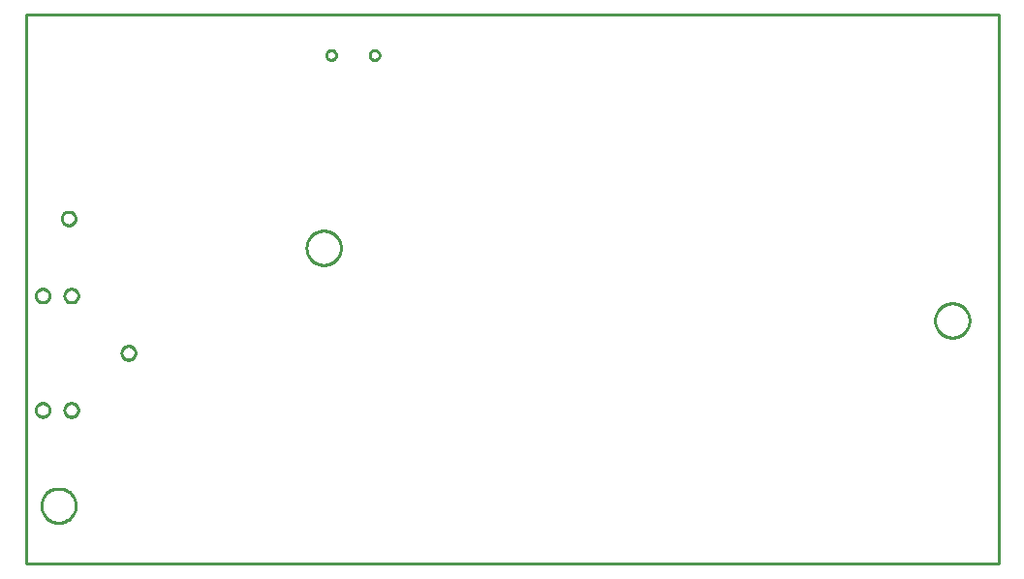
<source format=gbr>
G04 EAGLE Gerber RS-274X export*
G75*
%MOMM*%
%FSLAX34Y34*%
%LPD*%
%IN*%
%IPPOS*%
%AMOC8*
5,1,8,0,0,1.08239X$1,22.5*%
G01*
%ADD10C,0.254000*%


D10*
X0Y0D02*
X850000Y0D01*
X850000Y480000D01*
X0Y480000D01*
X0Y0D01*
X43575Y50264D02*
X43499Y49196D01*
X43346Y48135D01*
X43118Y47088D01*
X42816Y46060D01*
X42442Y45056D01*
X41997Y44081D01*
X41483Y43141D01*
X40904Y42240D01*
X40262Y41382D01*
X39560Y40572D01*
X38803Y39815D01*
X37993Y39113D01*
X37135Y38471D01*
X36234Y37892D01*
X35294Y37378D01*
X34319Y36933D01*
X33315Y36559D01*
X32287Y36257D01*
X31240Y36029D01*
X30179Y35876D01*
X29111Y35800D01*
X28039Y35800D01*
X26971Y35876D01*
X25910Y36029D01*
X24863Y36257D01*
X23835Y36559D01*
X22831Y36933D01*
X21856Y37378D01*
X20916Y37892D01*
X20015Y38471D01*
X19157Y39113D01*
X18347Y39815D01*
X17590Y40572D01*
X16888Y41382D01*
X16246Y42240D01*
X15667Y43141D01*
X15153Y44081D01*
X14708Y45056D01*
X14334Y46060D01*
X14032Y47088D01*
X13804Y48135D01*
X13651Y49196D01*
X13575Y50264D01*
X13575Y51336D01*
X13651Y52404D01*
X13804Y53465D01*
X14032Y54512D01*
X14334Y55540D01*
X14708Y56544D01*
X15153Y57519D01*
X15667Y58459D01*
X16246Y59360D01*
X16888Y60218D01*
X17590Y61028D01*
X18347Y61785D01*
X19157Y62487D01*
X20015Y63129D01*
X20916Y63708D01*
X21856Y64222D01*
X22831Y64667D01*
X23835Y65041D01*
X24863Y65343D01*
X25910Y65571D01*
X26971Y65724D01*
X28039Y65800D01*
X29111Y65800D01*
X30179Y65724D01*
X31240Y65571D01*
X32287Y65343D01*
X33315Y65041D01*
X34319Y64667D01*
X35294Y64222D01*
X36234Y63708D01*
X37135Y63129D01*
X37993Y62487D01*
X38803Y61785D01*
X39560Y61028D01*
X40262Y60218D01*
X40904Y59360D01*
X41483Y58459D01*
X41997Y57519D01*
X42442Y56544D01*
X42816Y55540D01*
X43118Y54512D01*
X43346Y53465D01*
X43499Y52404D01*
X43575Y51336D01*
X43575Y50264D01*
X824625Y212189D02*
X824549Y211121D01*
X824396Y210060D01*
X824168Y209013D01*
X823866Y207985D01*
X823492Y206981D01*
X823047Y206006D01*
X822533Y205066D01*
X821954Y204165D01*
X821312Y203307D01*
X820610Y202497D01*
X819853Y201740D01*
X819043Y201038D01*
X818185Y200396D01*
X817284Y199817D01*
X816344Y199303D01*
X815369Y198858D01*
X814365Y198484D01*
X813337Y198182D01*
X812290Y197954D01*
X811229Y197801D01*
X810161Y197725D01*
X809089Y197725D01*
X808021Y197801D01*
X806960Y197954D01*
X805913Y198182D01*
X804885Y198484D01*
X803881Y198858D01*
X802906Y199303D01*
X801966Y199817D01*
X801065Y200396D01*
X800207Y201038D01*
X799397Y201740D01*
X798640Y202497D01*
X797938Y203307D01*
X797296Y204165D01*
X796717Y205066D01*
X796203Y206006D01*
X795758Y206981D01*
X795384Y207985D01*
X795082Y209013D01*
X794854Y210060D01*
X794701Y211121D01*
X794625Y212189D01*
X794625Y213261D01*
X794701Y214329D01*
X794854Y215390D01*
X795082Y216437D01*
X795384Y217465D01*
X795758Y218469D01*
X796203Y219444D01*
X796717Y220384D01*
X797296Y221285D01*
X797938Y222143D01*
X798640Y222953D01*
X799397Y223710D01*
X800207Y224412D01*
X801065Y225054D01*
X801966Y225633D01*
X802906Y226147D01*
X803881Y226592D01*
X804885Y226966D01*
X805913Y227268D01*
X806960Y227496D01*
X808021Y227649D01*
X809089Y227725D01*
X810161Y227725D01*
X811229Y227649D01*
X812290Y227496D01*
X813337Y227268D01*
X814365Y226966D01*
X815369Y226592D01*
X816344Y226147D01*
X817284Y225633D01*
X818185Y225054D01*
X819043Y224412D01*
X819853Y223710D01*
X820610Y222953D01*
X821312Y222143D01*
X821954Y221285D01*
X822533Y220384D01*
X823047Y219444D01*
X823492Y218469D01*
X823866Y217465D01*
X824168Y216437D01*
X824396Y215390D01*
X824549Y214329D01*
X824625Y213261D01*
X824625Y212189D01*
X275350Y275689D02*
X275274Y274621D01*
X275121Y273560D01*
X274893Y272513D01*
X274591Y271485D01*
X274217Y270481D01*
X273772Y269506D01*
X273258Y268566D01*
X272679Y267665D01*
X272037Y266807D01*
X271335Y265997D01*
X270578Y265240D01*
X269768Y264538D01*
X268910Y263896D01*
X268009Y263317D01*
X267069Y262803D01*
X266094Y262358D01*
X265090Y261984D01*
X264062Y261682D01*
X263015Y261454D01*
X261954Y261301D01*
X260886Y261225D01*
X259814Y261225D01*
X258746Y261301D01*
X257685Y261454D01*
X256638Y261682D01*
X255610Y261984D01*
X254606Y262358D01*
X253631Y262803D01*
X252691Y263317D01*
X251790Y263896D01*
X250932Y264538D01*
X250122Y265240D01*
X249365Y265997D01*
X248663Y266807D01*
X248021Y267665D01*
X247442Y268566D01*
X246928Y269506D01*
X246483Y270481D01*
X246109Y271485D01*
X245807Y272513D01*
X245579Y273560D01*
X245426Y274621D01*
X245350Y275689D01*
X245350Y276761D01*
X245426Y277829D01*
X245579Y278890D01*
X245807Y279937D01*
X246109Y280965D01*
X246483Y281969D01*
X246928Y282944D01*
X247442Y283884D01*
X248021Y284785D01*
X248663Y285643D01*
X249365Y286453D01*
X250122Y287210D01*
X250932Y287912D01*
X251790Y288554D01*
X252691Y289133D01*
X253631Y289647D01*
X254606Y290092D01*
X255610Y290466D01*
X256638Y290768D01*
X257685Y290996D01*
X258746Y291149D01*
X259814Y291225D01*
X260886Y291225D01*
X261954Y291149D01*
X263015Y290996D01*
X264062Y290768D01*
X265090Y290466D01*
X266094Y290092D01*
X267069Y289647D01*
X268009Y289133D01*
X268910Y288554D01*
X269768Y287912D01*
X270578Y287210D01*
X271335Y286453D01*
X272037Y285643D01*
X272679Y284785D01*
X273258Y283884D01*
X273772Y282944D01*
X274217Y281969D01*
X274591Y280965D01*
X274893Y279937D01*
X275121Y278890D01*
X275274Y277829D01*
X275350Y276761D01*
X275350Y275689D01*
X304471Y440475D02*
X303919Y440548D01*
X303381Y440692D01*
X302866Y440905D01*
X302384Y441184D01*
X301942Y441523D01*
X301548Y441917D01*
X301209Y442359D01*
X300930Y442841D01*
X300717Y443356D01*
X300573Y443894D01*
X300500Y444446D01*
X300500Y445004D01*
X300573Y445556D01*
X300717Y446094D01*
X300930Y446609D01*
X301209Y447091D01*
X301548Y447533D01*
X301942Y447927D01*
X302384Y448266D01*
X302866Y448545D01*
X303381Y448758D01*
X303919Y448902D01*
X304471Y448975D01*
X305029Y448975D01*
X305581Y448902D01*
X306119Y448758D01*
X306634Y448545D01*
X307116Y448266D01*
X307558Y447927D01*
X307952Y447533D01*
X308291Y447091D01*
X308570Y446609D01*
X308783Y446094D01*
X308927Y445556D01*
X309000Y445004D01*
X309000Y444446D01*
X308927Y443894D01*
X308783Y443356D01*
X308570Y442841D01*
X308291Y442359D01*
X307952Y441917D01*
X307558Y441523D01*
X307116Y441184D01*
X306634Y440905D01*
X306119Y440692D01*
X305581Y440548D01*
X305029Y440475D01*
X304471Y440475D01*
X266471Y440475D02*
X265919Y440548D01*
X265381Y440692D01*
X264866Y440905D01*
X264384Y441184D01*
X263942Y441523D01*
X263548Y441917D01*
X263209Y442359D01*
X262930Y442841D01*
X262717Y443356D01*
X262573Y443894D01*
X262500Y444446D01*
X262500Y445004D01*
X262573Y445556D01*
X262717Y446094D01*
X262930Y446609D01*
X263209Y447091D01*
X263548Y447533D01*
X263942Y447927D01*
X264384Y448266D01*
X264866Y448545D01*
X265381Y448758D01*
X265919Y448902D01*
X266471Y448975D01*
X267029Y448975D01*
X267581Y448902D01*
X268119Y448758D01*
X268634Y448545D01*
X269116Y448266D01*
X269558Y447927D01*
X269952Y447533D01*
X270291Y447091D01*
X270570Y446609D01*
X270783Y446094D01*
X270927Y445556D01*
X271000Y445004D01*
X271000Y444446D01*
X270927Y443894D01*
X270783Y443356D01*
X270570Y442841D01*
X270291Y442359D01*
X269952Y441917D01*
X269558Y441523D01*
X269116Y441184D01*
X268634Y440905D01*
X268119Y440692D01*
X267581Y440548D01*
X267029Y440475D01*
X266471Y440475D01*
X45650Y234088D02*
X45575Y233418D01*
X45425Y232761D01*
X45202Y232125D01*
X44910Y231518D01*
X44551Y230948D01*
X44131Y230421D01*
X43654Y229944D01*
X43128Y229524D01*
X42557Y229165D01*
X41950Y228873D01*
X41314Y228650D01*
X40657Y228500D01*
X39987Y228425D01*
X39313Y228425D01*
X38643Y228500D01*
X37986Y228650D01*
X37350Y228873D01*
X36743Y229165D01*
X36173Y229524D01*
X35646Y229944D01*
X35169Y230421D01*
X34749Y230948D01*
X34390Y231518D01*
X34098Y232125D01*
X33875Y232761D01*
X33725Y233418D01*
X33650Y234088D01*
X33650Y234762D01*
X33725Y235432D01*
X33875Y236089D01*
X34098Y236725D01*
X34390Y237332D01*
X34749Y237903D01*
X35169Y238429D01*
X35646Y238906D01*
X36173Y239326D01*
X36743Y239685D01*
X37350Y239977D01*
X37986Y240200D01*
X38643Y240350D01*
X39313Y240425D01*
X39987Y240425D01*
X40657Y240350D01*
X41314Y240200D01*
X41950Y239977D01*
X42557Y239685D01*
X43128Y239326D01*
X43654Y238906D01*
X44131Y238429D01*
X44551Y237903D01*
X44910Y237332D01*
X45202Y236725D01*
X45425Y236089D01*
X45575Y235432D01*
X45650Y234762D01*
X45650Y234088D01*
X20650Y234088D02*
X20575Y233418D01*
X20425Y232761D01*
X20202Y232125D01*
X19910Y231518D01*
X19551Y230948D01*
X19131Y230421D01*
X18654Y229944D01*
X18128Y229524D01*
X17557Y229165D01*
X16950Y228873D01*
X16314Y228650D01*
X15657Y228500D01*
X14987Y228425D01*
X14313Y228425D01*
X13643Y228500D01*
X12986Y228650D01*
X12350Y228873D01*
X11743Y229165D01*
X11173Y229524D01*
X10646Y229944D01*
X10169Y230421D01*
X9749Y230948D01*
X9390Y231518D01*
X9098Y232125D01*
X8875Y232761D01*
X8725Y233418D01*
X8650Y234088D01*
X8650Y234762D01*
X8725Y235432D01*
X8875Y236089D01*
X9098Y236725D01*
X9390Y237332D01*
X9749Y237903D01*
X10169Y238429D01*
X10646Y238906D01*
X11173Y239326D01*
X11743Y239685D01*
X12350Y239977D01*
X12986Y240200D01*
X13643Y240350D01*
X14313Y240425D01*
X14987Y240425D01*
X15657Y240350D01*
X16314Y240200D01*
X16950Y239977D01*
X17557Y239685D01*
X18128Y239326D01*
X18654Y238906D01*
X19131Y238429D01*
X19551Y237903D01*
X19910Y237332D01*
X20202Y236725D01*
X20425Y236089D01*
X20575Y235432D01*
X20650Y234762D01*
X20650Y234088D01*
X20650Y134088D02*
X20575Y133418D01*
X20425Y132761D01*
X20202Y132125D01*
X19910Y131518D01*
X19551Y130948D01*
X19131Y130421D01*
X18654Y129944D01*
X18128Y129524D01*
X17557Y129165D01*
X16950Y128873D01*
X16314Y128650D01*
X15657Y128500D01*
X14987Y128425D01*
X14313Y128425D01*
X13643Y128500D01*
X12986Y128650D01*
X12350Y128873D01*
X11743Y129165D01*
X11173Y129524D01*
X10646Y129944D01*
X10169Y130421D01*
X9749Y130948D01*
X9390Y131518D01*
X9098Y132125D01*
X8875Y132761D01*
X8725Y133418D01*
X8650Y134088D01*
X8650Y134762D01*
X8725Y135432D01*
X8875Y136089D01*
X9098Y136725D01*
X9390Y137332D01*
X9749Y137903D01*
X10169Y138429D01*
X10646Y138906D01*
X11173Y139326D01*
X11743Y139685D01*
X12350Y139977D01*
X12986Y140200D01*
X13643Y140350D01*
X14313Y140425D01*
X14987Y140425D01*
X15657Y140350D01*
X16314Y140200D01*
X16950Y139977D01*
X17557Y139685D01*
X18128Y139326D01*
X18654Y138906D01*
X19131Y138429D01*
X19551Y137903D01*
X19910Y137332D01*
X20202Y136725D01*
X20425Y136089D01*
X20575Y135432D01*
X20650Y134762D01*
X20650Y134088D01*
X45650Y134088D02*
X45575Y133418D01*
X45425Y132761D01*
X45202Y132125D01*
X44910Y131518D01*
X44551Y130948D01*
X44131Y130421D01*
X43654Y129944D01*
X43128Y129524D01*
X42557Y129165D01*
X41950Y128873D01*
X41314Y128650D01*
X40657Y128500D01*
X39987Y128425D01*
X39313Y128425D01*
X38643Y128500D01*
X37986Y128650D01*
X37350Y128873D01*
X36743Y129165D01*
X36173Y129524D01*
X35646Y129944D01*
X35169Y130421D01*
X34749Y130948D01*
X34390Y131518D01*
X34098Y132125D01*
X33875Y132761D01*
X33725Y133418D01*
X33650Y134088D01*
X33650Y134762D01*
X33725Y135432D01*
X33875Y136089D01*
X34098Y136725D01*
X34390Y137332D01*
X34749Y137903D01*
X35169Y138429D01*
X35646Y138906D01*
X36173Y139326D01*
X36743Y139685D01*
X37350Y139977D01*
X37986Y140200D01*
X38643Y140350D01*
X39313Y140425D01*
X39987Y140425D01*
X40657Y140350D01*
X41314Y140200D01*
X41950Y139977D01*
X42557Y139685D01*
X43128Y139326D01*
X43654Y138906D01*
X44131Y138429D01*
X44551Y137903D01*
X44910Y137332D01*
X45202Y136725D01*
X45425Y136089D01*
X45575Y135432D01*
X45650Y134762D01*
X45650Y134088D01*
X95650Y184088D02*
X95575Y183418D01*
X95425Y182761D01*
X95202Y182125D01*
X94910Y181518D01*
X94551Y180948D01*
X94131Y180421D01*
X93654Y179944D01*
X93128Y179524D01*
X92557Y179165D01*
X91950Y178873D01*
X91314Y178650D01*
X90657Y178500D01*
X89987Y178425D01*
X89313Y178425D01*
X88643Y178500D01*
X87986Y178650D01*
X87350Y178873D01*
X86743Y179165D01*
X86173Y179524D01*
X85646Y179944D01*
X85169Y180421D01*
X84749Y180948D01*
X84390Y181518D01*
X84098Y182125D01*
X83875Y182761D01*
X83725Y183418D01*
X83650Y184088D01*
X83650Y184762D01*
X83725Y185432D01*
X83875Y186089D01*
X84098Y186725D01*
X84390Y187332D01*
X84749Y187903D01*
X85169Y188429D01*
X85646Y188906D01*
X86173Y189326D01*
X86743Y189685D01*
X87350Y189977D01*
X87986Y190200D01*
X88643Y190350D01*
X89313Y190425D01*
X89987Y190425D01*
X90657Y190350D01*
X91314Y190200D01*
X91950Y189977D01*
X92557Y189685D01*
X93128Y189326D01*
X93654Y188906D01*
X94131Y188429D01*
X94551Y187903D01*
X94910Y187332D01*
X95202Y186725D01*
X95425Y186089D01*
X95575Y185432D01*
X95650Y184762D01*
X95650Y184088D01*
X43306Y301588D02*
X43231Y300918D01*
X43081Y300261D01*
X42858Y299625D01*
X42566Y299018D01*
X42207Y298448D01*
X41787Y297921D01*
X41311Y297444D01*
X40784Y297024D01*
X40213Y296665D01*
X39606Y296373D01*
X38970Y296150D01*
X38313Y296000D01*
X37643Y295925D01*
X36969Y295925D01*
X36300Y296000D01*
X35643Y296150D01*
X35007Y296373D01*
X34399Y296665D01*
X33829Y297024D01*
X33302Y297444D01*
X32825Y297921D01*
X32405Y298448D01*
X32047Y299018D01*
X31754Y299625D01*
X31532Y300261D01*
X31382Y300918D01*
X31306Y301588D01*
X31306Y302262D01*
X31382Y302932D01*
X31532Y303589D01*
X31754Y304225D01*
X32047Y304832D01*
X32405Y305403D01*
X32825Y305929D01*
X33302Y306406D01*
X33829Y306826D01*
X34399Y307185D01*
X35007Y307477D01*
X35643Y307700D01*
X36300Y307850D01*
X36969Y307925D01*
X37643Y307925D01*
X38313Y307850D01*
X38970Y307700D01*
X39606Y307477D01*
X40213Y307185D01*
X40784Y306826D01*
X41311Y306406D01*
X41787Y305929D01*
X42207Y305403D01*
X42566Y304832D01*
X42858Y304225D01*
X43081Y303589D01*
X43231Y302932D01*
X43306Y302262D01*
X43306Y301588D01*
M02*

</source>
